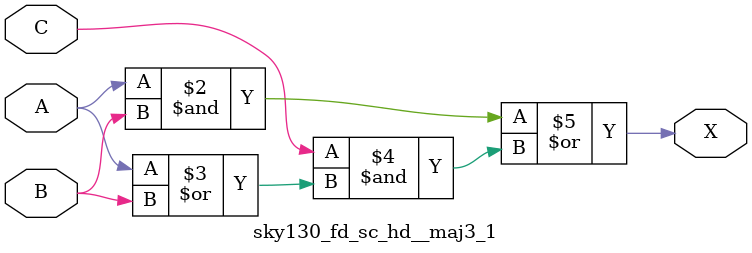
<source format=v>
/*
 * Simplest possible (non-trivial) Null-Convention Logic (NCL)
 * example: a ring of three stages
 *
 */
`default_nettype none
module tb;
   reg init = 0;
   wire q;
   wire qk;
   
   pipeline pipeline_1(init, q, qk);


   initial begin
      $dumpfile("pipeline.vcd");
      $dumpvars(0, pipeline_1);



      #10 init = 1;
      #21 init = 0;
      #1000 $finish;
   end
endmodule

module pipeline(input  wire init,
		output wire q0,
		output wire qk0);

   wire				  q1, q2;
   wire				  qk1, qk2;

   // Each stage takes the acknowledgement from next stage and data
   // from the previous stage
   th22i #(0) th22_0(.init(init), .A(q2), .B(qk1), .Q(q0));
   assign qk0 = !q0;   
   th22i #(1) th22_1(.init(init), .A(q0), .B(qk2), .Q(q1));
   assign qk1 = !q1;   
   th22i #(0) th22_2(.init(init), .A(q1), .B(qk0), .Q(q2));
   assign qk2 = !q2;   
endmodule

// Threshold 1-of-2 gate, also known as "or"
module th12(input A, input B, output reg Q);
   always @(*) Q = #2 A | B;
endmodule

// Threshold 2-of-2 gate, also known as Muller's C-element
module th22(input A, input B, output reg Q);
   // We can implement this with a majority gate with feedback
   //sky130_fd_sc_hd__maj3_1 maj(.X(Q), .A(A), .B(B), .C(Q));

   always @(*)
     if (A & B)
       Q <= #1 1;
     else if (!A & !B)
       Q <= #1 0;
endmodule

// Threshold 2-of-2 gate, with initialization
module th22i
    #(parameter INITIAL = 0) (
      input	 init,
      input	 A, 
      input	 B, 
      output reg Q);
   always @(*)
     if (init)
       Q <= #1 INITIAL;
     else if (A & B)
       Q <= #1 1;
     else if (!A & !B)
       Q <= #1 0;
endmodule

module sky130_fd_sc_hd__maj3_1 (
    output reg X,
    input  A,
    input  B,
    input  C
);
   always @(*) X = A & B | C & (A | B);
endmodule

</source>
